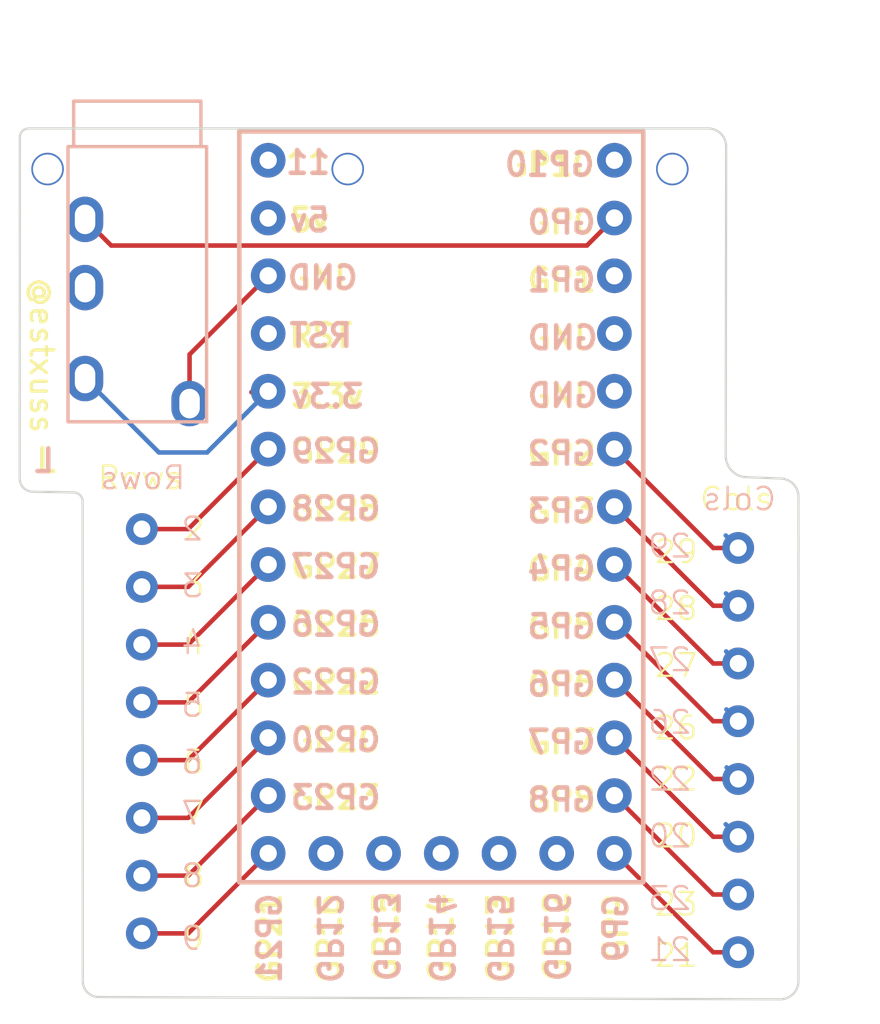
<source format=kicad_pcb>
(kicad_pcb (version 20240108) (generator "pcbnew") (generator_version "8.0")
  (layers (0 "F.Cu" signal) (31 "B.Cu" signal) (34 "B.Paste" user) (35 "F.Paste" user) (36 "B.SilkS" user "B.Silkscreen") (37 "F.SilkS" user "F.Silkscreen") (38 "B.Mask" user) (39 "F.Mask" user) (44 "Edge.Cuts" user))
  (net 0 "")
  (net 1 "LGND")
  (net 2 "LCol7")
  (net 3 "LCol5")
  (net 4 "LCol2")
  (net 5 "LCol1")
  (net 6 "LCol8")
  (net 7 "LCol6")
  (net 8 "LCol4")
  (net 9 "LCol3")
  (net 10 "LRow3")
  (net 11 "LRow7")
  (net 12 "LRow6")
  (net 13 "LVCC")
  (net 14 "LData")
  (net 15 "LRow5")
  (net 16 "LRow2")
  (net 17 "LRow8")
  (net 18 "LRow1")
  (net 19 "LRow4")
  (footprint "#footprint:M1.4_tapping_Hole_rev2" (layer "F.Cu") (at 148.137262 23.700025 -90)
    (property "Reference" "" (hide yes))
    (property "Value" "" (hide yes))
    (pad "" thru_hole circle (at -1.91417 15.55 270) (size 1.43 1.43) (drill 1.28) (layers "*.Cu" "*.Mask"))
  )
  (footprint "#footprint:M1.4_tapping_Hole_rev2" (layer "F.Cu") (at 160.087262 21.785855 -90)
    (property "Reference" "" (hide yes))
    (property "Value" "" (hide yes))
    (pad "" thru_hole circle (at 0 0 270) (size 1.43 1.43) (drill 1.28) (layers "*.Cu" "*.Mask"))
  )
  (footprint "#footprint:M1.4_tapping_Hole_rev2" (layer "F.Cu") (at 145.799762 21.785855 -90)
    (property "Reference" "" (hide yes))
    (property "Value" "" (hide yes))
    (pad "" thru_hole circle (at 0 0 270) (size 1.43 1.43) (drill 1.28) (layers "*.Cu" "*.Mask"))
  )
  (footprint "ScottoKeebs_MCU:RP2040_Pro_Micro" (layer "B.Cu") (at 149.917262 37.910025 180)
    (property "Reference" "U3" (hide yes))
    (property "Value" "RP2040_Pro_Micro" (hide yes))
    (fp_line (start 8.89 17.78) (end 8.89 -15.24) (stroke (width 0.2)) (layer "B.SilkS"))
    (fp_line (start 8.89 -15.24) (end -8.89 -15.24) (stroke (width 0.2)) (layer "B.SilkS"))
    (fp_line (start -8.89 17.78) (end 8.89 17.78) (stroke (width 0.2)) (layer "B.SilkS"))
    (fp_line (start -8.89 -15.24) (end -8.89 17.78) (stroke (width 0.2)) (layer "B.SilkS"))
    (fp_line (start 8.89 17.78) (end 8.89 -15.24) (stroke (width 0.2)) (layer "F.SilkS"))
    (fp_line (start 8.89 -15.24) (end -8.89 -15.24) (stroke (width 0.2)) (layer "F.SilkS"))
    (fp_line (start -8.89 17.78) (end 8.89 17.78) (stroke (width 0.2)) (layer "F.SilkS"))
    (fp_line (start -8.89 -15.24) (end -8.89 17.78) (stroke (width 0.2)) (layer "F.SilkS"))
    (fp_text user "GP4" (at -3.687348 -1.46 0) (layer "B.SilkS") (effects (font (thickness 0.2) (bold yes)) (justify right mirror)))
    (fp_text user "GND" (at -3.687348 8.7 0) (layer "B.SilkS") (effects (font (thickness 0.2) (bold yes)) (justify right mirror)))
    (fp_text user "GP23" (at 2.562652 -11.52 0) (layer "B.SilkS") (effects (font (thickness 0.2) (bold yes)) (justify left mirror)))
    (fp_text user "3.3v" (at 3.312652 6.13 0) (layer "B.SilkS") (effects (font (thickness 0.2) (bold yes)) (justify left mirror)))
    (fp_text user "GP12" (at 4.93 -15.62 -90) (layer "B.SilkS") (effects (font (thickness 0.2) (bold yes)) (justify right mirror)))
    (fp_text user "GP2" (at -3.687348 3.62 0) (layer "B.SilkS") (effects (font (thickness 0.2) (bold yes)) (justify right mirror)))
    (fp_text user "GP16" (at -5.07 -15.54 -90) (layer "B.SilkS") (effects (font (thickness 0.2) (bold yes)) (justify right mirror)))
    (fp_text user "GP15" (at -2.57 -15.62 -90) (layer "B.SilkS") (effects (font (thickness 0.2) (bold yes)) (justify right mirror)))
    (fp_text user "GP28" (at 2.562652 1.18 0) (layer "B.SilkS") (effects (font (thickness 0.2) (bold yes)) (justify left mirror)))
    (fp_text user "GP22" (at 2.562652 -6.44 0) (layer "B.SilkS") (effects (font (thickness 0.2) (bold yes)) (justify left mirror)))
    (fp_text user "GP13" (at 2.43 -15.54 -90) (layer "B.SilkS") (effects (font (thickness 0.2) (bold yes)) (justify right mirror)))
    (fp_text user "RST" (at 3.812652 8.8 0) (layer "B.SilkS") (effects (font (thickness 0.2) (bold yes)) (justify left mirror)))
    (fp_text user "GP6" (at -3.687348 -6.54 0) (layer "B.SilkS") (effects (font (thickness 0.2) (bold yes)) (justify right mirror)))
    (fp_text user "GP3" (at -3.687348 1.08 0) (layer "B.SilkS") (effects (font (thickness 0.2) (bold yes)) (justify right mirror)))
    (fp_text user "GP20" (at 2.562652 -8.98 0) (layer "B.SilkS") (effects (font (thickness 0.2) (bold yes)) (justify left mirror)))
    (fp_text user "GP29" (at 2.562652 3.72 0) (layer "B.SilkS") (effects (font (thickness 0.2) (bold yes)) (justify left mirror)))
    (fp_text user "GND" (at -3.687348 6.16 0) (layer "B.SilkS") (effects (font (thickness 0.2) (bold yes)) (justify right mirror)))
    (fp_text user "GP21" (at 7.562652 -15.62 90) (layer "B.SilkS") (effects (font (thickness 0.2) (bold yes)) (justify left mirror)))
    (fp_text user "GP10" (at -2.687348 16.32 0) (layer "B.SilkS") (effects (font (thickness 0.2) (bold yes)) (justify right mirror)))
    (fp_text user "GP9" (at -7.687348 -18.87 90) (layer "B.SilkS") (effects (font (thickness 0.2) (bold yes)) (justify right mirror)))
    (fp_text user "GP26" (at 2.562652 -3.9 0) (layer "B.SilkS") (effects (font (thickness 0.2) (bold yes)) (justify left mirror)))
    (fp_text user "GP5" (at -3.687348 -4 0) (layer "B.SilkS") (effects (font (thickness 0.2) (bold yes)) (justify right mirror)))
    (fp_text user "GP14" (at 0 -15.62 -90) (layer "B.SilkS") (effects (font (thickness 0.2) (bold yes)) (justify right mirror)))
    (fp_text user "GP27" (at 2.562652 -1.36 0) (layer "B.SilkS") (effects (font (thickness 0.2) (bold yes)) (justify left mirror)))
    (fp_text user "GP0" (at -3.687348 13.78 0) (layer "B.SilkS") (effects (font (thickness 0.2) (bold yes)) (justify right mirror)))
    (fp_text user "11" (at 4.78 16.41 0) (layer "B.SilkS") (effects (font (thickness 0.2) (bold yes)) (justify left mirror)))
    (fp_text user "GP7" (at -3.687348 -9.08 0) (layer "B.SilkS") (effects (font (thickness 0.2) (bold yes)) (justify right mirror)))
    (fp_text user "5v" (at 4.812652 13.88 0) (layer "B.SilkS") (effects (font (thickness 0.2) (bold yes)) (justify left mirror)))
    (fp_text user "GND" (at 3.562652 11.34 0) (layer "B.SilkS") (effects (font (thickness 0.2) (bold yes)) (justify left mirror)))
    (fp_text user "GP1" (at -3.687348 11.24 0) (layer "B.SilkS") (effects (font (thickness 0.2) (bold yes)) (justify right mirror)))
    (fp_text user "GP8" (at -3.687348 -11.62 0) (layer "B.SilkS") (effects (font (thickness 0.2) (bold yes)) (justify right mirror)))
    (fp_text user "GP27" (at 2.562652 -1.36 0) (layer "F.SilkS") (effects (font (thickness 0.2) (bold yes)) (justify right)))
    (fp_text user "GP6" (at -3.687348 -6.54 0) (layer "F.SilkS") (effects (font (thickness 0.2) (bold yes)) (justify left)))
    (fp_text user "GP10" (at -2.687348 16.32 0) (layer "F.SilkS") (effects (font (thickness 0.2) (bold yes)) (justify left)))
    (fp_text user "GP7" (at -3.687348 -9.08 0) (layer "F.SilkS") (effects (font (thickness 0.2) (bold yes)) (justify left)))
    (fp_text user "GP15" (at 2.43 -15.54 90) (layer "F.SilkS") (effects (font (thickness 0.2) (bold yes)) (justify right)))
    (fp_text user "RST" (at 3.812652 8.8 0) (layer "F.SilkS") (effects (font (thickness 0.2) (bold yes)) (justify right)))
    (fp_text user "3.3v" (at 3.312652 6.13 0) (layer "F.SilkS") (effects (font (thickness 0.2) (bold yes)) (justify right)))
    (fp_text user "GP2" (at -3.687348 3.62 0) (layer "F.SilkS") (effects (font (thickness 0.2) (bold yes)) (justify left)))
    (fp_text user "GND" (at -3.687348 6.16 0) (layer "F.SilkS") (effects (font (thickness 0.2) (bold yes)) (justify left)))
    (fp_text user "GP21" (at 7.562652 -15.62 90) (layer "F.SilkS") (effects (font (thickness 0.2) (bold yes)) (justify right)))
    (fp_text user "GP13" (at -2.57 -15.62 90) (layer "F.SilkS") (effects (font (thickness 0.2) (bold yes)) (justify right)))
    (fp_text user "GP12" (at -5.07 -15.54 90) (layer "F.SilkS") (effects (font (thickness 0.2) (bold yes)) (justify right)))
    (fp_text user "GP26" (at 2.562652 -3.9 0) (layer "F.SilkS") (effects (font (thickness 0.2) (bold yes)) (justify right)))
    (fp_text user "GP14" (at 0 -15.62 90) (layer "F.SilkS") (effects (font (thickness 0.2) (bold yes)) (justify right)))
    (fp_text user "GP20" (at 2.562652 -8.98 0) (layer "F.SilkS") (effects (font (thickness 0.2) (bold yes)) (justify right)))
    (fp_text user "GP28" (at 2.562652 1.18 0) (layer "F.SilkS") (effects (font (thickness 0.2) (bold yes)) (justify right)))
    (fp_text user "GND" (at 3.562652 11.34 0) (layer "F.SilkS") (effects (font (thickness 0.2) (bold yes)) (justify right)))
    (fp_text user "GP0" (at -3.687348 13.78 0) (layer "F.SilkS") (effects (font (thickness 0.2) (bold yes)) (justify left)))
    (fp_text user "11" (at 4.78 16.41 0) (layer "F.SilkS") (effects (font (thickness 0.2) (bold yes)) (justify right)))
    (fp_text user "GP22" (at 2.562652 -6.44 0) (layer "F.SilkS") (effects (font (thickness 0.2) (bold yes)) (justify right)))
    (fp_text user "GP8" (at -3.687348 -11.62 0) (layer "F.SilkS") (effects (font (thickness 0.2) (bold yes)) (justify left)))
    (fp_text user "GND" (at -3.687348 8.7 0) (layer "F.SilkS") (effects (font (thickness 0.2) (bold yes)) (justify left)))
    (fp_text user "GP16" (at 4.93 -15.62 90) (layer "F.SilkS") (effects (font (thickness 0.2) (bold yes)) (justify right)))
    (fp_text user "GP29" (at 2.562652 3.72 0) (layer "F.SilkS") (effects (font (thickness 0.2) (bold yes)) (justify right)))
    (fp_text user "GP1" (at -3.687348 11.24 0) (layer "F.SilkS") (effects (font (thickness 0.2) (bold yes)) (justify left)))
    (fp_text user "GP3" (at -3.687348 1.08 0) (layer "F.SilkS") (effects (font (thickness 0.2) (bold yes)) (justify left)))
    (fp_text user "5v" (at 4.812652 13.88 0) (layer "F.SilkS") (effects (font (thickness 0.2) (bold yes)) (justify right)))
    (fp_text user "GP4" (at -3.687348 -1.46 0) (layer "F.SilkS") (effects (font (thickness 0.2) (bold yes)) (justify left)))
    (fp_text user "GP9" (at -7.687348 -18.87 90) (layer "F.SilkS") (effects (font (thickness 0.2) (bold yes)) (justify left)))
    (fp_text user "GP5" (at -3.687348 -4 0) (layer "F.SilkS") (effects (font (thickness 0.2) (bold yes)) (justify left)))
    (fp_text user "GP23" (at 2.562652 -11.52 0) (layer "F.SilkS") (effects (font (thickness 0.2) (bold yes)) (justify right)))
    (pad "1" thru_hole circle (at -7.62 16.51 180) (size 1.524 1.524) (drill 0.762) (layers "*.Cu" "*.Mask"))
    (pad "2" thru_hole circle (at -7.62 13.97 180) (size 1.524 1.524) (drill 0.762) (layers "*.Cu" "*.Mask") (net 14 "LData"))
    (pad "3" thru_hole circle (at -7.62 11.43 180) (size 1.524 1.524) (drill 0.762) (layers "*.Cu" "*.Mask"))
    (pad "4" thru_hole circle (at -7.62 8.89 180) (size 1.524 1.524) (drill 0.762) (layers "*.Cu" "*.Mask"))
    (pad "5" thru_hole circle (at -7.62 6.35 180) (size 1.524 1.524) (drill 0.762) (layers "*.Cu" "*.Mask"))
    (pad "6" thru_hole circle (at -7.62 3.81 180) (size 1.524 1.524) (drill 0.762) (layers "*.Cu" "*.Mask") (net 5 "LCol1"))
    (pad "7" thru_hole circle (at -7.62 1.27 180) (size 1.524 1.524) (drill 0.762) (layers "*.Cu" "*.Mask") (net 4 "LCol2"))
    (pad "8" thru_hole circle (at -7.62 -1.27 180) (size 1.524 1.524) (drill 0.762) (layers "*.Cu" "*.Mask") (net 9 "LCol3"))
    (pad "9" thru_hole circle (at -7.62 -3.81 180) (size 1.524 1.524) (drill 0.762) (layers "*.Cu" "*.Mask") (net 8 "LCol4"))
    (pad "10" thru_hole circle (at -7.62 -6.35 180) (size 1.524 1.524) (drill 0.762) (layers "*.Cu" "*.Mask") (net 3 "LCol5"))
    (pad "11" thru_hole circle (at -7.62 -8.89 180) (size 1.524 1.524) (drill 0.762) (layers "*.Cu" "*.Mask") (net 7 "LCol6"))
    (pad "12" thru_hole circle (at -7.62 -11.43 180) (size 1.524 1.524) (drill 0.762) (layers "*.Cu" "*.Mask") (net 2 "LCol7"))
    (pad "13" thru_hole circle (at -7.62 -13.97 180) (size 1.524 1.524) (drill 0.762) (layers "*.Cu" "*.Mask") (net 6 "LCol8"))
    (pad "14" thru_hole circle (at -5.08 -13.97 180) (size 1.524 1.524) (drill 0.762) (layers "*.Cu" "*.Mask"))
    (pad "15" thru_hole circle (at -2.54 -13.97 180) (size 1.524 1.524) (drill 0.762) (layers "*.Cu" "*.Mask"))
    (pad "16" thru_hole circle (at 0 -13.97 180) (size 1.524 1.524) (drill 0.762) (layers "*.Cu" "*.Mask"))
    (pad "17" thru_hole circle (at 2.54 -13.97 180) (size 1.524 1.524) (drill 0.762) (layers "*.Cu" "*.Mask"))
    (pad "18" thru_hole circle (at 5.08 -13.97 180) (size 1.524 1.524) (drill 0.762) (layers "*.Cu" "*.Mask"))
    (pad "19" thru_hole circle (at 7.62 -13.97 180) (size 1.524 1.524) (drill 0.762) (layers "*.Cu" "*.Mask") (net 17 "LRow8"))
    (pad "20" thru_hole circle (at 7.62 -11.43 180) (size 1.524 1.524) (drill 0.762) (layers "*.Cu" "*.Mask") (net 11 "LRow7"))
    (pad "21" thru_hole circle (at 7.62 -8.89 180) (size 1.524 1.524) (drill 0.762) (layers "*.Cu" "*.Mask") (net 12 "LRow6"))
    (pad "22" thru_hole circle (at 7.62 -6.35 180) (size 1.524 1.524) (drill 0.762) (layers "*.Cu" "*.Mask") (net 15 "LRow5"))
    (pad "23" thru_hole circle (at 7.62 -3.81 180) (size 1.524 1.524) (drill 0.762) (layers "*.Cu" "*.Mask") (net 19 "LRow4"))
    (pad "24" thru_hole circle (at 7.62 -1.27 180) (size 1.524 1.524) (drill 0.762) (layers "*.Cu" "*.Mask") (net 10 "LRow3"))
    (pad "25" thru_hole circle (at 7.62 1.27 180) (size 1.524 1.524) (drill 0.762) (layers "*.Cu" "*.Mask") (net 16 "LRow2"))
    (pad "26" thru_hole circle (at 7.62 3.81 180) (size 1.524 1.524) (drill 0.762) (layers "*.Cu" "*.Mask") (net 18 "LRow1"))
    (pad "27" thru_hole circle (at 7.62 6.35 180) (size 1.524 1.524) (drill 0.762) (layers "*.Cu" "*.Mask") (net 13 "LVCC"))
    (pad "28" thru_hole circle (at 7.62 8.89 180) (size 1.524 1.524) (drill 0.762) (layers "*.Cu" "*.Mask"))
    (pad "29" thru_hole circle (at 7.62 11.43 180) (size 1.524 1.524) (drill 0.762) (layers "*.Cu" "*.Mask") (net 1 "LGND"))
    (pad "30" thru_hole circle (at 7.62 13.97 180) (size 1.524 1.524) (drill 0.762) (layers "*.Cu" "*.Mask"))
    (pad "31" thru_hole circle (at 7.62 16.51 180) (size 1.524 1.524) (drill 0.762) (layers "*.Cu" "*.Mask"))
  )
  (footprint "#footprint:PinHeader_1x08_P2.54mm_Vertical_rev2" (layer "B.Cu") (at 162.987262 38.450025 180)
    (property "Reference" "J3")
    (property "Value" "Conn_01x08_Pin")
    (pad "1" thru_hole circle (at 0 0 180) (size 1.4 1.4) (drill 0.75) (layers "*.Cu" "*.Mask") (net 5 "LCol1"))
    (pad "2" thru_hole circle (at 0 -2.54 180) (size 1.4 1.4) (drill 0.75) (layers "*.Cu" "*.Mask") (net 4 "LCol2"))
    (pad "3" thru_hole circle (at 0 -5.08 180) (size 1.4 1.4) (drill 0.75) (layers "*.Cu" "*.Mask") (net 9 "LCol3"))
    (pad "4" thru_hole circle (at 0 -7.62 180) (size 1.4 1.4) (drill 0.75) (layers "*.Cu" "*.Mask") (net 8 "LCol4"))
    (pad "5" thru_hole circle (at 0 -10.16 180) (size 1.4 1.4) (drill 0.75) (layers "*.Cu" "*.Mask") (net 3 "LCol5"))
    (pad "6" thru_hole circle (at 0 -12.7 180) (size 1.4 1.4) (drill 0.75) (layers "*.Cu" "*.Mask") (net 7 "LCol6"))
    (pad "7" thru_hole circle (at 0 -15.24 180) (size 1.4 1.4) (drill 0.75) (layers "*.Cu" "*.Mask") (net 2 "LCol7"))
    (pad "8" thru_hole circle (at 0 -17.78 180) (size 1.4 1.4) (drill 0.75) (layers "*.Cu" "*.Mask") (net 6 "LCol8"))
  )
  (footprint "#footprint:PinHeader_1x08_P2.54mm_Vertical_rev2" (layer "B.Cu") (at 136.737262 37.620025 180)
    (property "Reference" "J4")
    (property "Value" "Conn_01x08_Pin")
    (pad "1" thru_hole circle (at 0 0 180) (size 1.4 1.4) (drill 0.75) (layers "*.Cu" "*.Mask") (net 18 "LRow1"))
    (pad "2" thru_hole circle (at 0 -2.54 180) (size 1.4 1.4) (drill 0.75) (layers "*.Cu" "*.Mask") (net 16 "LRow2"))
    (pad "3" thru_hole circle (at 0 -5.08 180) (size 1.4 1.4) (drill 0.75) (layers "*.Cu" "*.Mask") (net 10 "LRow3"))
    (pad "4" thru_hole circle (at 0 -7.62 180) (size 1.4 1.4) (drill 0.75) (layers "*.Cu" "*.Mask") (net 19 "LRow4"))
    (pad "5" thru_hole circle (at 0 -10.16 180) (size 1.4 1.4) (drill 0.75) (layers "*.Cu" "*.Mask") (net 15 "LRow5"))
    (pad "6" thru_hole circle (at 0 -12.7 180) (size 1.4 1.4) (drill 0.75) (layers "*.Cu" "*.Mask") (net 12 "LRow6"))
    (pad "7" thru_hole circle (at 0 -15.24 180) (size 1.4 1.4) (drill 0.75) (layers "*.Cu" "*.Mask") (net 11 "LRow7"))
    (pad "8" thru_hole circle (at 0 -17.78 180) (size 1.4 1.4) (drill 0.75) (layers "*.Cu" "*.Mask") (net 17 "LRow8"))
  )
  (footprint "ScottoKeebs_Components:TRRS_PJ-320A" (layer "B.Cu") (at 136.537262 20.800025 180)
    (property "Reference" "U4" (hide yes))
    (property "Value" "TRRS")
    (fp_line (start 3.05 -12.1) (end 3.05 0) (stroke (width 0.15)) (layer "B.SilkS"))
    (fp_line (start 2.8 2) (end 2.8 0) (stroke (width 0.15)) (layer "B.SilkS"))
    (fp_line (start -2.8 2) (end 2.8 2) (stroke (width 0.15)) (layer "B.SilkS"))
    (fp_line (start -2.8 2) (end -2.8 0) (stroke (width 0.15)) (layer "B.SilkS"))
    (fp_line (start -3.05 0) (end 3.05 0) (stroke (width 0.15)) (layer "B.SilkS"))
    (fp_line (start -3.05 -12.1) (end 3.05 -12.1) (stroke (width 0.15)) (layer "B.SilkS"))
    (fp_line (start -3.05 -12.1) (end -3.05 0) (stroke (width 0.15)) (layer "B.SilkS"))
    (pad "" np_thru_hole circle (at 0 -8.6 180) (size 0.8 0.8) (drill 0.8) (layers "*.Cu" "*.Mask"))
    (pad "" np_thru_hole circle (at 0 -1.6 180) (size 0.8 0.8) (drill 0.8) (layers "*.Cu" "*.Mask"))
    (pad "1" thru_hole oval (at -2.3 -11.3 180) (size 1.6 2) (drill oval 0.9 1.3) (layers "*.Cu" "*.Mask") (net 1 "LGND"))
    (pad "2" thru_hole oval (at 2.3 -10.2 180) (size 1.6 2) (drill oval 0.9 1.3) (layers "*.Cu" "*.Mask") (net 13 "LVCC"))
    (pad "3" thru_hole oval (at 2.3 -6.2 180) (size 1.6 2) (drill oval 0.9 1.3) (layers "*.Cu" "*.Mask"))
    (pad "4" thru_hole oval (at 2.3 -3.2 180) (size 1.6 2) (drill oval 0.9 1.3) (layers "*.Cu" "*.Mask") (net 14 "LData"))
  )
  (gr_line (start 134.137262 57.500025) (end 134.129438 36.379994) (stroke (width 0.1)) (layer "Edge.Cuts"))
  (gr_line (start 164.837262 58.300025) (end 134.837262 58.200024) (stroke (width 0.1)) (layer "Edge.Cuts"))
  (gr_arc (start 161.678296 20.000186) (mid 162.229203 20.2382) (end 162.45611 20.793774) (stroke (width 0.1)) (layer "Edge.Cuts"))
  (gr_arc (start 163.33582 35.335656) (mid 162.698334 35.048622) (end 162.437315 34.400025) (stroke (width 0.1)) (layer "Edge.Cuts"))
  (gr_line (start 162.45611 20.793774) (end 162.437315 34.400025) (stroke (width 0.1)) (layer "Edge.Cuts"))
  (gr_arc (start 131.365386 20.3969) (mid 131.481589 20.116221) (end 131.762262 20) (stroke (width 0.1)) (layer "Edge.Cuts"))
  (gr_line (start 131.360923 35.410942) (end 131.365386 20.3969) (stroke (width 0.1)) (layer "Edge.Cuts"))
  (gr_line (start 133.752858 36.007693) (end 131.907458 35.975646) (stroke (width 0.1)) (layer "Edge.Cuts"))
  (gr_line (start 165.639078 36.200025) (end 165.637261 57.500024) (stroke (width 0.1)) (layer "Edge.Cuts"))
  (gr_arc (start 131.907458 35.975646) (mid 131.523045 35.800863) (end 131.360923 35.410942) (stroke (width 0.1)) (layer "Edge.Cuts"))
  (gr_line (start 163.33582 35.335656) (end 164.932852 35.400026) (stroke (width 0.1)) (layer "Edge.Cuts"))
  (gr_arc (start 165.637261 57.500024) (mid 165.402937 58.0657) (end 164.837262 58.300025) (stroke (width 0.1)) (layer "Edge.Cuts"))
  (gr_arc (start 133.752858 36.007693) (mid 134.013376 36.120802) (end 134.129438 36.379994) (stroke (width 0.1)) (layer "Edge.Cuts"))
  (gr_arc (start 164.932852 35.400026) (mid 165.437261 35.666464) (end 165.639078 36.200025) (stroke (width 0.1)) (layer "Edge.Cuts"))
  (gr_arc (start 134.837262 58.200024) (mid 134.342285 57.995001) (end 134.137262 57.500025) (stroke (width 0.1)) (layer "Edge.Cuts"))
  (gr_line (start 131.762262 20) (end 161.678296 20.000186) (stroke (width 0.1)) (layer "Edge.Cuts"))
  (gr_text "2" (at 139.487262 38.200025 0) (layer "B.SilkS") (effects (font (size 1 1) (thickness 0.1)) (justify left bottom mirror)))
  (gr_text "5" (at 139.487262 45.950025 0) (layer "B.SilkS") (effects (font (size 1 1) (thickness 0.1)) (justify left bottom mirror)))
  (gr_text "6" (at 139.487262 48.450025 0) (layer "B.SilkS") (effects (font (size 1 1) (thickness 0.1)) (justify left bottom mirror)))
  (gr_text "22" (at 160.987262 49.200025 0) (layer "B.SilkS") (effects (font (size 1 1) (thickness 0.1)) (justify left bottom mirror)))
  (gr_text "8" (at 139.487262 53.450025 0) (layer "B.SilkS") (effects (font (size 1 1) (thickness 0.1)) (justify left bottom mirror)))
  (gr_text "21" (at 160.987262 56.700025 0) (layer "B.SilkS") (effects (font (size 1 1) (thickness 0.1)) (justify left bottom mirror)))
  (gr_text "23" (at 160.987262 54.450025 0) (layer "B.SilkS") (effects (font (size 1 1) (thickness 0.1)) (justify left bottom mirror)))
  (gr_text "20" (at 160.987262 51.700025 0) (layer "B.SilkS") (effects (font (size 1 1) (thickness 0.1)) (justify left bottom mirror)))
  (gr_text "Rows" (at 138.727262 35.950025 0) (layer "B.SilkS") (effects (font (size 1 1) (thickness 0.1)) (justify left bottom mirror)))
  (gr_text "4" (at 139.487262 43.200025 0) (layer "B.SilkS") (effects (font (size 1 1) (thickness 0.1)) (justify left bottom mirror)))
  (gr_text "Cols" (at 164.727262 36.880025 0) (layer "B.SilkS") (effects (font (size 1 1) (thickness 0.1)) (justify left bottom mirror)))
  (gr_text "27" (at 160.987262 43.950025 0) (layer "B.SilkS") (effects (font (size 1 1) (thickness 0.1)) (justify left bottom mirror)))
  (gr_text "9" (at 139.487262 56.200025 0) (layer "B.SilkS") (effects (font (size 1 1) (thickness 0.1)) (justify left bottom mirror)))
  (gr_text "28" (at 160.987262 41.450025 0) (layer "B.SilkS") (effects (font (size 1 1) (thickness 0.1)) (justify left bottom mirror)))
  (gr_text "7" (at 139.487262 50.700025 0) (layer "B.SilkS") (effects (font (size 1 1) (thickness 0.1)) (justify left bottom mirror)))
  (gr_text "3" (at 139.487262 40.700025 0) (layer "B.SilkS") (effects (font (size 1 1) (thickness 0.1)) (justify left bottom mirror)))
  (gr_text "26" (at 160.987262 46.700025 0) (layer "B.SilkS") (effects (font (size 1 1) (thickness 0.1)) (justify left bottom mirror)))
  (gr_text "L" (at 132.987262 35.200025 0) (layer "B.SilkS") (effects (font (size 1 1) (thickness 0.2) (bold yes)) (justify left bottom mirror)))
  (gr_text "29" (at 160.987262 38.950025 0) (layer "B.SilkS") (effects (font (size 1 1) (thickness 0.1)) (justify left bottom mirror)))
  (gr_text "21" (at 159.237262 56.950025 0) (layer "F.SilkS") (effects (font (size 1 1) (thickness 0.1)) (justify left bottom)))
  (gr_text "7" (at 138.487262 50.700025 0) (layer "F.SilkS") (effects (font (size 1 1) (thickness 0.1)) (justify left bottom)))
  (gr_text "@estxuss" (at 131.737262 26.450025 -90) (layer "F.SilkS") (effects (font (size 1 1)) (justify left bottom)))
  (gr_text "L" (at 131.987262 35.200025 0) (layer "F.SilkS") (effects (font (size 1 1) (thickness 0.2) (bold yes)) (justify left bottom)))
  (gr_text "3" (at 138.487262 40.700025 0) (layer "F.SilkS") (effects (font (size 1 1) (thickness 0.1)) (justify left bottom)))
  (gr_text "20" (at 159.237262 51.700025 0) (layer "F.SilkS") (effects (font (size 1 1) (thickness 0.1)) (justify left bottom)))
  (gr_text "9" (at 138.487262 56.200025 0) (layer "F.SilkS") (effects (font (size 1 1) (thickness 0.1)) (justify left bottom)))
  (gr_text "29" (at 159.237262 39.200025 0) (layer "F.SilkS") (effects (font (size 1 1) (thickness 0.1)) (justify left bottom)))
  (gr_text "28" (at 159.237262 41.700025 0) (layer "F.SilkS") (effects (font (size 1 1) (thickness 0.1)) (justify left bottom)))
  (gr_text "6" (at 138.487262 48.450025 0) (layer "F.SilkS") (effects (font (size 1 1) (thickness 0.1)) (justify left bottom)))
  (gr_text "Rows" (at 134.727262 35.950025 0) (layer "F.SilkS") (effects (font (size 1 1) (thickness 0.1)) (justify left bottom)))
  (gr_text "Cols" (at 161.227262 36.880025 0) (layer "F.SilkS") (effects (font (size 1 1) (thickness 0.1)) (justify left bottom)))
  (gr_text "2" (at 138.487262 38.200025 0) (layer "F.SilkS") (effects (font (size 1 1) (thickness 0.1)) (justify left bottom)))
  (gr_text "8" (at 138.487262 53.450025 0) (layer "F.SilkS") (effects (font (size 1 1) (thickness 0.1)) (justify left bottom)))
  (gr_text "27" (at 159.237262 44.200025 0) (layer "F.SilkS") (effects (font (size 1 1) (thickness 0.1)) (justify left bottom)))
  (gr_text "23" (at 159.237262 54.700025 0) (layer "F.SilkS") (effects (font (size 1 1) (thickness 0.1)) (justify left bottom)))
  (gr_text "5" (at 138.487262 45.950025 0) (layer "F.SilkS") (effects (font (size 1 1) (thickness 0.1)) (justify left bottom)))
  (gr_text "22" (at 159.237262 49.200025 0) (layer "F.SilkS") (effects (font (size 1 1) (thickness 0.1)) (justify left bottom)))
  (gr_text "4" (at 138.487262 43.200025 0) (layer "F.SilkS") (effects (font (size 1 1) (thickness 0.1)) (justify left bottom)))
  (gr_text "26" (at 159.237262 46.950025 0) (layer "F.SilkS") (effects (font (size 1 1) (thickness 0.1)) (justify left bottom)))
  (segment (start 138.837262 29.940025) (end 142.297262 26.480025) (width 0.2) (layer "F.Cu") (net 1))
  (segment (start 138.837262 32.100025) (end 138.837262 29.940025) (width 0.2) (layer "F.Cu") (net 1))
  (segment (start 162.987262 53.690025) (end 161.887262 53.690025) (width 0.2) (layer "F.Cu") (net 2))
  (segment (start 161.887262 53.690025) (end 157.537262 49.340025) (width 0.2) (layer "F.Cu") (net 2))
  (segment (start 161.887262 48.610025) (end 157.537262 44.260025) (width 0.2) (layer "F.Cu") (net 3))
  (segment (start 162.987262 48.610025) (end 161.887262 48.610025) (width 0.2) (layer "F.Cu") (net 3))
  (segment (start 162.987262 48.610025) (end 162.477262 48.100025) (width 0.2) (layer "B.Cu") (net 3))
  (segment (start 161.887262 40.990025) (end 157.537262 36.640025) (width 0.2) (layer "F.Cu") (net 4))
  (segment (start 162.987262 40.990025) (end 161.887262 40.990025) (width 0.2) (layer "F.Cu") (net 4))
  (segment (start 162.987262 40.990025) (end 162.447262 40.450025) (width 0.2) (layer "B.Cu") (net 4))
  (segment (start 161.887262 38.450025) (end 157.537262 34.100025) (width 0.2) (layer "F.Cu") (net 5))
  (segment (start 162.987262 38.450025) (end 161.887262 38.450025) (width 0.2) (layer "F.Cu") (net 5))
  (segment (start 162.987262 38.450025) (end 162.437262 37.900025) (width 0.2) (layer "B.Cu") (net 5))
  (segment (start 162.987262 56.230025) (end 161.887262 56.230025) (width 0.2) (layer "F.Cu") (net 6))
  (segment (start 161.887262 56.230025) (end 157.537262 51.880025) (width 0.2) (layer "F.Cu") (net 6))
  (segment (start 157.537262 52.350025) (end 157.537262 51.880025) (width 0.2) (layer "F.Cu") (net 6))
  (segment (start 161.887262 51.150025) (end 157.537262 46.800025) (width 0.2) (layer "F.Cu") (net 7))
  (segment (start 162.987262 51.150025) (end 161.887262 51.150025) (width 0.2) (layer "F.Cu") (net 7))
  (segment (start 162.987262 51.150025) (end 162.437262 50.600025) (width 0.2) (layer "B.Cu") (net 7))
  (segment (start 161.887262 46.070025) (end 157.537262 41.720025) (width 0.2) (layer "F.Cu") (net 8))
  (segment (start 162.987262 46.070025) (end 161.887262 46.070025) (width 0.2) (layer "F.Cu") (net 8))
  (segment (start 162.987262 46.070025) (end 162.467262 45.550025) (width 0.2) (layer "B.Cu") (net 8))
  (segment (start 162.987262 43.530025) (end 161.887262 43.530025) (width 0.2) (layer "F.Cu") (net 9))
  (segment (start 161.887262 43.530025) (end 157.537262 39.180025) (width 0.2) (layer "F.Cu") (net 9))
  (segment (start 162.987262 43.530025) (end 162.457262 43.000025) (width 0.2) (layer "B.Cu") (net 9))
  (segment (start 136.737262 42.700025) (end 138.777262 42.700025) (width 0.2) (layer "F.Cu") (net 10))
  (segment (start 138.777262 42.700025) (end 142.297262 39.180025) (width 0.2) (layer "F.Cu") (net 10))
  (segment (start 136.737262 52.860025) (end 138.777262 52.860025) (width 0.2) (layer "F.Cu") (net 11))
  (segment (start 138.777262 52.860025) (end 142.297262 49.340025) (width 0.2) (layer "F.Cu") (net 11))
  (segment (start 138.777262 50.320025) (end 142.297262 46.800025) (width 0.2) (layer "F.Cu") (net 12))
  (segment (start 136.737262 50.320025) (end 138.777262 50.320025) (width 0.2) (layer "F.Cu") (net 12))
  (segment (start 141.559914 31.600025) (end 141.679914 31.480025) (width 0.2) (layer "F.Cu") (net 13))
  (segment (start 139.607262 34.250025) (end 142.297262 31.560025) (width 0.2) (layer "B.Cu") (net 13))
  (segment (start 137.487262 34.250025) (end 139.607262 34.250025) (width 0.2) (layer "B.Cu") (net 13))
  (segment (start 134.237262 31.000025) (end 137.487262 34.250025) (width 0.2) (layer "B.Cu") (net 13))
  (segment (start 156.327262 25.150025) (end 157.537262 23.940025) (width 0.2) (layer "F.Cu") (net 14))
  (segment (start 134.237262 24.000025) (end 135.387262 25.150025) (width 0.2) (layer "F.Cu") (net 14))
  (segment (start 135.387262 25.150025) (end 156.327262 25.150025) (width 0.2) (layer "F.Cu") (net 14))
  (segment (start 136.737262 47.780025) (end 138.777262 47.780025) (width 0.2) (layer "F.Cu") (net 15))
  (segment (start 138.777262 47.780025) (end 142.297262 44.260025) (width 0.2) (layer "F.Cu") (net 15))
  (segment (start 138.777262 40.160025) (end 142.297262 36.640025) (width 0.2) (layer "F.Cu") (net 16))
  (segment (start 136.737262 40.160025) (end 138.777262 40.160025) (width 0.2) (layer "F.Cu") (net 16))
  (segment (start 138.777262 55.400025) (end 142.297262 51.880025) (width 0.2) (layer "F.Cu") (net 17))
  (segment (start 136.737262 55.400025) (end 138.777262 55.400025) (width 0.2) (layer "F.Cu") (net 17))
  (segment (start 136.737262 37.620025) (end 138.777262 37.620025) (width 0.2) (layer "F.Cu") (net 18))
  (segment (start 138.777262 37.620025) (end 142.297262 34.100025) (width 0.2) (layer "F.Cu") (net 18))
  (segment (start 138.777262 45.240025) (end 142.297262 41.720025) (width 0.2) (layer "F.Cu") (net 19))
  (segment (start 136.737262 45.240025) (end 138.777262 45.240025) (width 0.2) (layer "F.Cu") (net 19))
)
</source>
